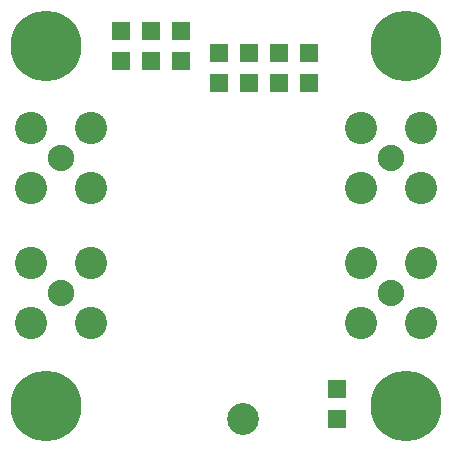
<source format=gbr>
%TF.GenerationSoftware,KiCad,Pcbnew,7.0.5.1-1-g8f565ef7f0-dirty-deb11*%
%TF.CreationDate,2023-07-06T01:27:55+00:00*%
%TF.ProjectId,RFSWITCH01,52465357-4954-4434-9830-312e6b696361,rev?*%
%TF.SameCoordinates,Original*%
%TF.FileFunction,Soldermask,Top*%
%TF.FilePolarity,Negative*%
%FSLAX46Y46*%
G04 Gerber Fmt 4.6, Leading zero omitted, Abs format (unit mm)*
G04 Created by KiCad (PCBNEW 7.0.5.1-1-g8f565ef7f0-dirty-deb11) date 2023-07-06 01:27:55*
%MOMM*%
%LPD*%
G01*
G04 APERTURE LIST*
%ADD10R,1.524000X1.524000*%
%ADD11C,2.240000*%
%ADD12C,2.740000*%
%ADD13C,6.000000*%
%ADD14C,2.700000*%
G04 APERTURE END LIST*
D10*
%TO.C,J9*%
X153810000Y-80480000D03*
X153810000Y-77940000D03*
%TD*%
%TO.C,J5*%
X161430000Y-80480000D03*
X161430000Y-77940000D03*
%TD*%
%TO.C,J4*%
X158890000Y-80480000D03*
X158890000Y-77940000D03*
%TD*%
%TO.C,J6*%
X163843000Y-108928000D03*
X163843000Y-106388000D03*
%TD*%
D11*
%TO.C,J8*%
X168415000Y-98260000D03*
D12*
X165875000Y-95720000D03*
X165875000Y-100800000D03*
X170955000Y-95720000D03*
X170955000Y-100800000D03*
%TD*%
D13*
%TO.C,M3*%
X139205000Y-77305000D03*
%TD*%
D10*
%TO.C,J1*%
X145555000Y-78575000D03*
X145555000Y-76035000D03*
X148095000Y-78575000D03*
X148095000Y-76035000D03*
X150635000Y-78575000D03*
X150635000Y-76035000D03*
%TD*%
D13*
%TO.C,M4*%
X169685000Y-107785000D03*
%TD*%
D10*
%TO.C,J10*%
X156350000Y-80480000D03*
X156350000Y-77940000D03*
%TD*%
D11*
%TO.C,J2*%
X140475000Y-86830000D03*
D12*
X137935000Y-84290000D03*
X137935000Y-89370000D03*
X143015000Y-84290000D03*
X143015000Y-89370000D03*
%TD*%
D13*
%TO.C,M1*%
X169685000Y-77305000D03*
%TD*%
D11*
%TO.C,J7*%
X168415000Y-86830000D03*
D12*
X165875000Y-84290000D03*
X165875000Y-89370000D03*
X170955000Y-84290000D03*
X170955000Y-89370000D03*
%TD*%
D11*
%TO.C,J3*%
X140475000Y-98260000D03*
D12*
X137935000Y-95720000D03*
X137935000Y-100800000D03*
X143015000Y-95720000D03*
X143015000Y-100800000D03*
%TD*%
D13*
%TO.C,M2*%
X139205000Y-107785000D03*
%TD*%
D14*
%TO.C,D4*%
X155842000Y-108928000D03*
%TD*%
M02*

</source>
